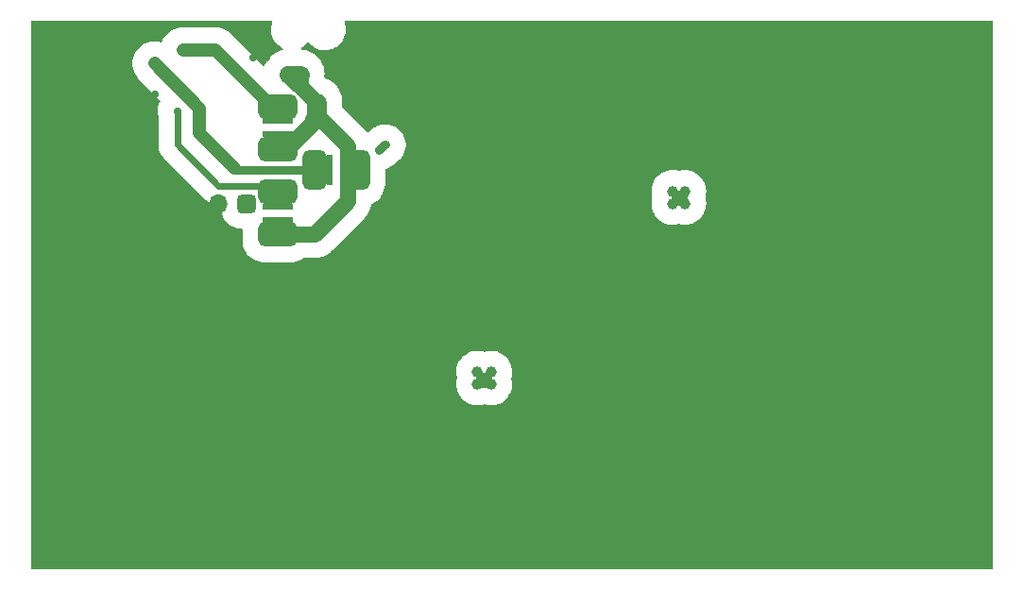
<source format=gbr>
%TF.GenerationSoftware,KiCad,Pcbnew,(6.0.2-0)*%
%TF.CreationDate,2023-06-03T21:44:48-06:00*%
%TF.ProjectId,catlin_card,6361746c-696e-45f6-9361-72642e6b6963,rev?*%
%TF.SameCoordinates,Original*%
%TF.FileFunction,Copper,L2,Bot*%
%TF.FilePolarity,Positive*%
%FSLAX46Y46*%
G04 Gerber Fmt 4.6, Leading zero omitted, Abs format (unit mm)*
G04 Created by KiCad (PCBNEW (6.0.2-0)) date 2023-06-03 21:44:48*
%MOMM*%
%LPD*%
G01*
G04 APERTURE LIST*
G04 Aperture macros list*
%AMRoundRect*
0 Rectangle with rounded corners*
0 $1 Rounding radius*
0 $2 $3 $4 $5 $6 $7 $8 $9 X,Y pos of 4 corners*
0 Add a 4 corners polygon primitive as box body*
4,1,4,$2,$3,$4,$5,$6,$7,$8,$9,$2,$3,0*
0 Add four circle primitives for the rounded corners*
1,1,$1+$1,$2,$3*
1,1,$1+$1,$4,$5*
1,1,$1+$1,$6,$7*
1,1,$1+$1,$8,$9*
0 Add four rect primitives between the rounded corners*
20,1,$1+$1,$2,$3,$4,$5,0*
20,1,$1+$1,$4,$5,$6,$7,0*
20,1,$1+$1,$6,$7,$8,$9,0*
20,1,$1+$1,$8,$9,$2,$3,0*%
G04 Aperture macros list end*
%TA.AperFunction,ComponentPad*%
%ADD10RoundRect,0.425000X-0.425000X0.425000X-0.425000X-0.425000X0.425000X-0.425000X0.425000X0.425000X0*%
%TD*%
%TA.AperFunction,ComponentPad*%
%ADD11O,1.700000X1.700000*%
%TD*%
%TA.AperFunction,SMDPad,CuDef*%
%ADD12R,2.800000X0.600000*%
%TD*%
%TA.AperFunction,SMDPad,CuDef*%
%ADD13RoundRect,0.537500X-1.212500X-0.537500X1.212500X-0.537500X1.212500X0.537500X-1.212500X0.537500X0*%
%TD*%
%TA.AperFunction,SMDPad,CuDef*%
%ADD14R,0.600000X2.800000*%
%TD*%
%TA.AperFunction,SMDPad,CuDef*%
%ADD15RoundRect,0.537500X0.537500X-1.212500X0.537500X1.212500X-0.537500X1.212500X-0.537500X-1.212500X0*%
%TD*%
%TA.AperFunction,ViaPad*%
%ADD16C,0.700000*%
%TD*%
%TA.AperFunction,ViaPad*%
%ADD17C,1.000000*%
%TD*%
%TA.AperFunction,ViaPad*%
%ADD18C,0.600000*%
%TD*%
%TA.AperFunction,Conductor*%
%ADD19C,0.600000*%
%TD*%
%TA.AperFunction,Conductor*%
%ADD20C,1.400000*%
%TD*%
%TA.AperFunction,Conductor*%
%ADD21C,1.500000*%
%TD*%
%TA.AperFunction,Conductor*%
%ADD22C,1.600000*%
%TD*%
%TA.AperFunction,Conductor*%
%ADD23C,1.800000*%
%TD*%
%TA.AperFunction,Conductor*%
%ADD24C,0.800000*%
%TD*%
%TA.AperFunction,Conductor*%
%ADD25C,1.200000*%
%TD*%
G04 APERTURE END LIST*
D10*
%TO.P,J1,1,Pin_1*%
%TO.N,/VBAT*%
X120675000Y-65800000D03*
D11*
%TO.P,J1,2,Pin_2*%
%TO.N,GND*%
X118135000Y-65800000D03*
%TD*%
D12*
%TO.P,D3,1,K*%
%TO.N,/POT3*%
X123500000Y-58400000D03*
D13*
X123500000Y-57075000D03*
D12*
%TO.P,D3,2,A*%
%TO.N,/VLED*%
X123500000Y-59600000D03*
D13*
X123500000Y-60925000D03*
%TD*%
%TO.P,D1,1,K*%
%TO.N,/POT1*%
X123500000Y-64725000D03*
D12*
X123500000Y-66050000D03*
D13*
%TO.P,D1,2,A*%
%TO.N,/VLED*%
X123500000Y-68575000D03*
D12*
X123500000Y-67250000D03*
%TD*%
D14*
%TO.P,D2,1,K*%
%TO.N,/POT2*%
X128150000Y-62782500D03*
D15*
X126825000Y-62782500D03*
%TO.P,D2,2,A*%
%TO.N,/VLED*%
X130675000Y-62782500D03*
D14*
X129350000Y-62782500D03*
%TD*%
D16*
%TO.N,GND*%
X114500000Y-82500000D03*
X114500000Y-79500000D03*
X112500000Y-82500000D03*
X111500000Y-82500000D03*
X112500000Y-81500000D03*
X112500000Y-56000000D03*
X166800000Y-65000000D03*
X114500000Y-80500000D03*
D17*
X165900000Y-64900000D03*
D16*
X112500000Y-80500000D03*
X111500000Y-79500000D03*
X135800000Y-58500000D03*
D17*
X181400000Y-80900000D03*
X168600000Y-66000000D03*
X182600000Y-80900000D03*
D16*
X122500000Y-52750000D03*
X114500000Y-81500000D03*
D17*
X165900000Y-66000000D03*
D16*
X113500000Y-80500000D03*
X121300000Y-52700000D03*
X113500000Y-81500000D03*
D17*
X181400000Y-82000000D03*
D18*
X134000000Y-62650000D03*
D17*
X168600000Y-64900000D03*
D16*
X169600000Y-65900000D03*
X111500000Y-81500000D03*
X132700000Y-65900000D03*
X112500000Y-79500000D03*
X113500000Y-79500000D03*
X166800000Y-65800000D03*
D17*
X182600000Y-82000000D03*
D16*
X111500000Y-80500000D03*
X169600000Y-64900000D03*
X132700000Y-66650000D03*
X113500000Y-82500000D03*
D17*
%TO.N,/VSOL*%
X142600000Y-82000000D03*
X141400000Y-82000000D03*
X160000000Y-64700000D03*
X158900000Y-65800000D03*
X160000000Y-65800000D03*
X141400000Y-80900000D03*
X142600000Y-80900000D03*
X158900000Y-64700000D03*
D16*
%TO.N,/VLED*%
X124400000Y-54200000D03*
X125500000Y-55100000D03*
X125500000Y-54200000D03*
%TO.N,/VLDO*%
X133200000Y-60500000D03*
X132600000Y-61000000D03*
%TO.N,/POT1*%
X114500000Y-57500000D03*
%TO.N,/POT2*%
X112500000Y-53250000D03*
%TO.N,/POT3*%
X115000000Y-52000000D03*
%TD*%
D19*
%TO.N,/VSOL*%
X159100000Y-64900000D02*
X159900000Y-64900000D01*
X141600000Y-81200000D02*
X142400000Y-81200000D01*
X159100000Y-65700000D02*
X159900000Y-64900000D01*
X141500000Y-81100000D02*
X141500000Y-82000000D01*
X141600000Y-82000000D02*
X142400000Y-81200000D01*
X141400000Y-81000000D02*
X141500000Y-81100000D01*
X141500000Y-82000000D02*
X141600000Y-82000000D01*
X142400000Y-81200000D02*
X142400000Y-82000000D01*
X159900000Y-64900000D02*
X159900000Y-65700000D01*
X141500000Y-82000000D02*
X142400000Y-82000000D01*
X141400000Y-81000000D02*
X141600000Y-81200000D01*
X159100000Y-64900000D02*
X159100000Y-65700000D01*
X159900000Y-65700000D02*
X159100000Y-65700000D01*
D20*
%TO.N,/VLED*%
X126650000Y-58550000D02*
X124275000Y-60925000D01*
X129800000Y-65600000D02*
X126825000Y-68575000D01*
D21*
X125300000Y-55100000D02*
X125500000Y-55100000D01*
X124400000Y-54200000D02*
X125300000Y-55100000D01*
D20*
X125500000Y-54200000D02*
X125500000Y-55100000D01*
X127425000Y-58250000D02*
X129800000Y-60625000D01*
X125500000Y-55100000D02*
X125500000Y-55250000D01*
D22*
X124400000Y-54200000D02*
X125500000Y-54200000D01*
D20*
X125500000Y-55250000D02*
X127000000Y-56750000D01*
X124275000Y-60925000D02*
X123500000Y-60925000D01*
X129800000Y-60625000D02*
X129800000Y-65600000D01*
X127000000Y-58250000D02*
X127425000Y-58250000D01*
D23*
X127000000Y-56750000D02*
X127000000Y-58250000D01*
D20*
X126825000Y-68575000D02*
X123000000Y-68575000D01*
X126650000Y-58250000D02*
X126650000Y-58550000D01*
D24*
%TO.N,/VLDO*%
X133100000Y-60500000D02*
X132600000Y-61000000D01*
X133200000Y-60500000D02*
X133100000Y-60500000D01*
D19*
%TO.N,/POT1*%
X114500000Y-57500000D02*
X114500000Y-60500000D01*
X114500000Y-60500000D02*
X118200000Y-64200000D01*
X122475000Y-64200000D02*
X123000000Y-64725000D01*
X118200000Y-64200000D02*
X122475000Y-64200000D01*
D25*
%TO.N,/POT2*%
X116500000Y-59500000D02*
X116500000Y-57250000D01*
D24*
X119750000Y-62750000D02*
X126792500Y-62750000D01*
D25*
X116500000Y-57250000D02*
X112500000Y-53250000D01*
D24*
X126792500Y-62750000D02*
X126825000Y-62782500D01*
X119600000Y-62600000D02*
X119750000Y-62750000D01*
D25*
X119600000Y-62600000D02*
X116500000Y-59500000D01*
%TO.N,/POT3*%
X117925000Y-52000000D02*
X123000000Y-57075000D01*
X115000000Y-52000000D02*
X117925000Y-52000000D01*
%TD*%
%TA.AperFunction,Conductor*%
%TO.N,GND*%
G36*
X122986398Y-49418907D02*
G01*
X123022362Y-49468407D01*
X123021557Y-49531965D01*
X122989977Y-49621392D01*
X122960312Y-49705397D01*
X122959618Y-49708919D01*
X122959617Y-49708922D01*
X122914479Y-49937934D01*
X122908380Y-49968878D01*
X122895028Y-50237095D01*
X122895368Y-50240657D01*
X122895368Y-50240664D01*
X122920193Y-50500861D01*
X122920534Y-50504431D01*
X122984364Y-50765285D01*
X123085182Y-51014192D01*
X123086993Y-51017285D01*
X123086994Y-51017287D01*
X123177773Y-51172325D01*
X123220875Y-51245938D01*
X123223110Y-51248733D01*
X123223113Y-51248737D01*
X123278245Y-51317676D01*
X123388601Y-51455669D01*
X123584846Y-51638991D01*
X123805499Y-51792064D01*
X123808704Y-51793658D01*
X123808710Y-51793662D01*
X123951688Y-51864792D01*
X123995366Y-51907639D01*
X124005517Y-51967977D01*
X123978264Y-52022757D01*
X123927160Y-52050476D01*
X123893805Y-52057201D01*
X123824988Y-52071077D01*
X123824983Y-52071078D01*
X123821761Y-52071728D01*
X123818644Y-52072801D01*
X123818645Y-52072801D01*
X123548475Y-52165828D01*
X123548469Y-52165830D01*
X123545363Y-52166900D01*
X123283980Y-52297791D01*
X123042205Y-52462101D01*
X123039759Y-52464288D01*
X122893886Y-52594714D01*
X122824284Y-52656945D01*
X122634047Y-52878898D01*
X122474836Y-53124062D01*
X122349448Y-53388129D01*
X122348446Y-53391249D01*
X122347234Y-53394311D01*
X122346241Y-53393918D01*
X122312868Y-53440171D01*
X122254740Y-53459270D01*
X122196488Y-53440555D01*
X122184410Y-53430275D01*
X119360097Y-50605962D01*
X119358468Y-50604293D01*
X119277223Y-50519127D01*
X119274801Y-50516588D01*
X119202404Y-50459515D01*
X119198816Y-50456546D01*
X119131855Y-50398441D01*
X119131854Y-50398441D01*
X119129209Y-50396145D01*
X119126265Y-50394244D01*
X119093392Y-50373018D01*
X119085804Y-50367595D01*
X119055080Y-50343374D01*
X119055072Y-50343369D01*
X119052320Y-50341199D01*
X119049290Y-50339439D01*
X119049284Y-50339435D01*
X118972618Y-50294905D01*
X118968682Y-50292494D01*
X118891211Y-50242471D01*
X118888037Y-50241008D01*
X118888032Y-50241005D01*
X118852489Y-50224620D01*
X118844217Y-50220324D01*
X118807346Y-50198907D01*
X118721898Y-50164297D01*
X118717671Y-50162468D01*
X118633933Y-50123864D01*
X118630573Y-50122859D01*
X118630570Y-50122858D01*
X118593091Y-50111650D01*
X118584289Y-50108560D01*
X118548007Y-50093864D01*
X118548008Y-50093864D01*
X118544768Y-50092552D01*
X118541374Y-50091709D01*
X118541371Y-50091708D01*
X118455336Y-50070337D01*
X118450836Y-50069106D01*
X118365862Y-50043693D01*
X118365856Y-50043692D01*
X118362510Y-50042691D01*
X118359058Y-50042172D01*
X118320335Y-50036350D01*
X118311189Y-50034530D01*
X118289419Y-50029123D01*
X118269823Y-50024255D01*
X118178151Y-50014862D01*
X118173538Y-50014280D01*
X118142363Y-50009593D01*
X118085819Y-50001092D01*
X118085815Y-50001092D01*
X118082358Y-50000572D01*
X118039715Y-50000238D01*
X118033253Y-49999881D01*
X118033253Y-49999887D01*
X118030724Y-49999758D01*
X118028210Y-49999500D01*
X117946203Y-49999500D01*
X117945426Y-49999497D01*
X117945112Y-49999495D01*
X117799067Y-49998348D01*
X117795592Y-49998815D01*
X117792104Y-49999034D01*
X117792099Y-49998950D01*
X117783870Y-49999500D01*
X114927830Y-49999500D01*
X114835838Y-50006014D01*
X114720903Y-50014151D01*
X114720897Y-50014152D01*
X114717407Y-50014399D01*
X114440453Y-50074025D01*
X114174663Y-50172080D01*
X114171580Y-50173743D01*
X114171581Y-50173743D01*
X113947028Y-50294905D01*
X113925340Y-50306607D01*
X113922530Y-50308682D01*
X113922526Y-50308685D01*
X113835427Y-50373018D01*
X113697460Y-50474922D01*
X113495570Y-50673666D01*
X113323696Y-50898874D01*
X113321984Y-50901931D01*
X113321982Y-50901934D01*
X113301881Y-50937828D01*
X113185270Y-51146053D01*
X113141749Y-51258548D01*
X113103121Y-51305996D01*
X113043979Y-51321677D01*
X113021054Y-51317676D01*
X112937510Y-51292691D01*
X112797434Y-51271631D01*
X112660818Y-51251092D01*
X112660815Y-51251092D01*
X112657358Y-51250572D01*
X112374067Y-51248348D01*
X112370601Y-51248814D01*
X112370594Y-51248814D01*
X112129285Y-51281225D01*
X112093288Y-51286060D01*
X111911316Y-51337382D01*
X111823995Y-51362009D01*
X111823992Y-51362010D01*
X111820624Y-51362960D01*
X111561515Y-51477511D01*
X111321132Y-51627427D01*
X111318449Y-51629682D01*
X111318448Y-51629683D01*
X111176125Y-51749318D01*
X111104270Y-51809718D01*
X110915257Y-52020748D01*
X110757864Y-52256303D01*
X110756347Y-52259461D01*
X110756347Y-52259462D01*
X110738650Y-52296317D01*
X110635231Y-52511686D01*
X110549805Y-52781799D01*
X110503291Y-53061256D01*
X110503209Y-53064754D01*
X110497522Y-53306051D01*
X110496616Y-53344477D01*
X110529915Y-53625814D01*
X110602522Y-53899652D01*
X110712988Y-54160527D01*
X110859111Y-54403236D01*
X110861315Y-54405944D01*
X110861317Y-54405946D01*
X111010852Y-54589622D01*
X111012452Y-54591587D01*
X111014240Y-54593375D01*
X112951982Y-56531116D01*
X112979759Y-56585633D01*
X112970188Y-56646065D01*
X112966615Y-56652477D01*
X112935920Y-56703061D01*
X112835305Y-56943001D01*
X112834401Y-56946563D01*
X112834400Y-56946564D01*
X112774115Y-57183940D01*
X112771261Y-57195177D01*
X112745194Y-57454049D01*
X112757677Y-57713930D01*
X112767824Y-57764942D01*
X112797598Y-57914630D01*
X112799500Y-57933944D01*
X112799500Y-60463256D01*
X112799077Y-60624908D01*
X112803956Y-60657364D01*
X112808497Y-60687569D01*
X112809312Y-60694777D01*
X112814120Y-60757976D01*
X112827367Y-60815127D01*
X112828821Y-60822750D01*
X112836982Y-60877040D01*
X112836984Y-60877048D01*
X112837541Y-60880754D01*
X112838653Y-60884334D01*
X112838654Y-60884340D01*
X112856334Y-60941277D01*
X112858230Y-60948281D01*
X112872539Y-61010015D01*
X112873933Y-61013510D01*
X112873934Y-61013512D01*
X112894275Y-61064497D01*
X112896870Y-61071824D01*
X112914263Y-61127838D01*
X112941998Y-61184829D01*
X112944922Y-61191445D01*
X112968410Y-61250318D01*
X112970314Y-61253556D01*
X112970318Y-61253565D01*
X112998142Y-61300894D01*
X113001813Y-61307739D01*
X113027476Y-61360474D01*
X113029611Y-61363563D01*
X113029615Y-61363570D01*
X113063507Y-61412607D01*
X113067407Y-61418716D01*
X113099527Y-61473354D01*
X113101903Y-61476272D01*
X113101904Y-61476274D01*
X113136557Y-61518838D01*
X113141217Y-61525044D01*
X113174574Y-61573308D01*
X113176699Y-61575668D01*
X113229175Y-61633949D01*
X113229189Y-61633963D01*
X113230050Y-61634920D01*
X113231923Y-61636793D01*
X113238693Y-61644293D01*
X113262871Y-61673991D01*
X113265655Y-61676511D01*
X113265657Y-61676513D01*
X113326935Y-61731979D01*
X113330503Y-61735373D01*
X116971501Y-65376371D01*
X117085589Y-65491058D01*
X117088608Y-65493288D01*
X117088614Y-65493293D01*
X117136559Y-65528705D01*
X117142234Y-65533227D01*
X117190319Y-65574514D01*
X117193513Y-65576506D01*
X117240091Y-65605555D01*
X117246520Y-65609924D01*
X117293698Y-65644770D01*
X117297023Y-65646519D01*
X117297024Y-65646520D01*
X117349775Y-65674273D01*
X117356069Y-65677885D01*
X117406656Y-65709435D01*
X117406661Y-65709438D01*
X117409846Y-65711424D01*
X117413296Y-65712906D01*
X117413307Y-65712912D01*
X117463746Y-65734582D01*
X117470763Y-65737928D01*
X117519336Y-65763484D01*
X117519341Y-65763486D01*
X117522663Y-65765234D01*
X117526218Y-65766462D01*
X117526219Y-65766462D01*
X117582554Y-65785915D01*
X117589320Y-65788532D01*
X117647557Y-65813552D01*
X117651189Y-65814495D01*
X117651190Y-65814495D01*
X117704330Y-65828287D01*
X117711771Y-65830534D01*
X117767215Y-65849679D01*
X117770911Y-65850354D01*
X117829561Y-65861066D01*
X117836644Y-65862630D01*
X117894336Y-65877603D01*
X117897981Y-65878549D01*
X117901724Y-65878933D01*
X117901727Y-65878933D01*
X117956318Y-65884526D01*
X117964015Y-65885621D01*
X118018603Y-65895591D01*
X118018609Y-65895592D01*
X118021726Y-65896161D01*
X118104519Y-65900500D01*
X118107171Y-65900500D01*
X118117261Y-65901016D01*
X118155355Y-65904919D01*
X118241670Y-65900622D01*
X118246591Y-65900500D01*
X118325501Y-65900500D01*
X118383692Y-65919407D01*
X118419656Y-65968907D01*
X118424501Y-65999500D01*
X118424501Y-66312450D01*
X118432258Y-66441753D01*
X118448675Y-66525818D01*
X118481045Y-66691572D01*
X118484263Y-66708051D01*
X118575057Y-66963738D01*
X118576782Y-66966975D01*
X118576784Y-66966980D01*
X118700920Y-67199954D01*
X118700924Y-67199960D01*
X118702648Y-67203196D01*
X118864230Y-67421164D01*
X118899696Y-67456568D01*
X119046911Y-67603526D01*
X119056256Y-67612855D01*
X119059206Y-67615034D01*
X119059212Y-67615039D01*
X119178517Y-67703158D01*
X119274507Y-67774057D01*
X119514187Y-67901229D01*
X119517645Y-67902450D01*
X119766565Y-67990354D01*
X119766569Y-67990355D01*
X119770032Y-67991578D01*
X119773637Y-67992276D01*
X119773639Y-67992276D01*
X119845404Y-68006161D01*
X120036420Y-68043117D01*
X120162549Y-68050500D01*
X120250500Y-68050500D01*
X120308691Y-68069407D01*
X120344655Y-68118907D01*
X120349500Y-68149500D01*
X120349500Y-69238496D01*
X120350539Y-69264942D01*
X120391343Y-69536341D01*
X120469979Y-69799284D01*
X120471447Y-69802468D01*
X120471448Y-69802471D01*
X120571060Y-70018545D01*
X120584880Y-70048523D01*
X120586776Y-70051459D01*
X120586778Y-70051463D01*
X120731854Y-70276146D01*
X120731859Y-70276152D01*
X120733753Y-70279086D01*
X120736041Y-70281723D01*
X120736045Y-70281728D01*
X120833463Y-70393992D01*
X120913627Y-70486373D01*
X120916274Y-70488670D01*
X121118272Y-70663955D01*
X121118277Y-70663959D01*
X121120914Y-70666247D01*
X121123848Y-70668141D01*
X121123854Y-70668146D01*
X121348537Y-70813222D01*
X121348541Y-70813224D01*
X121351477Y-70815120D01*
X121354651Y-70816583D01*
X121354656Y-70816586D01*
X121597529Y-70928552D01*
X121600716Y-70930021D01*
X121863659Y-71008657D01*
X122135058Y-71049461D01*
X122137779Y-71049568D01*
X122137780Y-71049568D01*
X122140472Y-71049674D01*
X122161504Y-71050500D01*
X124838496Y-71050500D01*
X124859528Y-71049674D01*
X124862220Y-71049568D01*
X124862221Y-71049568D01*
X124864942Y-71049461D01*
X125136341Y-71008657D01*
X125399284Y-70930021D01*
X125402471Y-70928552D01*
X125645344Y-70816586D01*
X125645349Y-70816583D01*
X125648523Y-70815120D01*
X125651460Y-70813224D01*
X125651463Y-70813222D01*
X125840238Y-70691331D01*
X125893940Y-70675500D01*
X126703661Y-70675500D01*
X126714524Y-70676098D01*
X126736834Y-70678561D01*
X126740200Y-70678473D01*
X126740203Y-70678473D01*
X126852447Y-70675534D01*
X126855038Y-70675500D01*
X126896992Y-70675500D01*
X126898905Y-70675370D01*
X126921896Y-70673803D01*
X126926035Y-70673608D01*
X126984130Y-70672086D01*
X127023136Y-70671065D01*
X127026463Y-70670520D01*
X127026465Y-70670520D01*
X127062101Y-70664685D01*
X127071363Y-70663613D01*
X127107370Y-70661158D01*
X127107376Y-70661157D01*
X127110737Y-70660928D01*
X127205832Y-70641235D01*
X127209885Y-70640483D01*
X127242208Y-70635190D01*
X127302453Y-70625325D01*
X127302460Y-70625323D01*
X127305772Y-70624781D01*
X127308987Y-70623792D01*
X127308991Y-70623791D01*
X127343503Y-70613173D01*
X127352539Y-70610853D01*
X127391186Y-70602850D01*
X127482732Y-70570432D01*
X127486669Y-70569131D01*
X127576277Y-70541564D01*
X127576291Y-70541559D01*
X127579511Y-70540568D01*
X127615316Y-70523948D01*
X127623948Y-70520426D01*
X127657970Y-70508378D01*
X127657984Y-70508372D01*
X127661158Y-70507248D01*
X127664151Y-70505703D01*
X127664156Y-70505701D01*
X127712594Y-70480700D01*
X127747472Y-70462698D01*
X127751175Y-70460884D01*
X127839288Y-70419983D01*
X127872510Y-70398655D01*
X127880588Y-70393992D01*
X127912654Y-70377442D01*
X127912660Y-70377438D01*
X127915658Y-70375891D01*
X127995133Y-70320035D01*
X127998551Y-70317738D01*
X128080297Y-70265258D01*
X128110319Y-70239616D01*
X128117678Y-70233909D01*
X128147221Y-70213146D01*
X128147228Y-70213140D01*
X128149976Y-70211209D01*
X128152434Y-70208925D01*
X128152440Y-70208920D01*
X128221116Y-70145103D01*
X128224210Y-70142346D01*
X128250150Y-70120190D01*
X128250153Y-70120187D01*
X128251625Y-70118930D01*
X128281156Y-70089399D01*
X128283769Y-70086881D01*
X128357307Y-70018545D01*
X128359776Y-70016251D01*
X128381326Y-69989922D01*
X128387932Y-69982623D01*
X131199479Y-67171077D01*
X131207584Y-67163818D01*
X131210075Y-67161822D01*
X131225100Y-67149785D01*
X131304687Y-67065918D01*
X131306495Y-67064061D01*
X131336184Y-67034372D01*
X131337718Y-67032613D01*
X131352598Y-67015558D01*
X131355385Y-67012495D01*
X131419924Y-66944484D01*
X131419925Y-66944483D01*
X131422245Y-66942038D01*
X131445283Y-66909977D01*
X131451075Y-66902671D01*
X131474801Y-66875473D01*
X131474808Y-66875463D01*
X131477020Y-66872928D01*
X131530336Y-66791762D01*
X131532685Y-66788344D01*
X131554424Y-66758090D01*
X131589371Y-66709457D01*
X131607856Y-66674545D01*
X131612582Y-66666555D01*
X131634260Y-66633553D01*
X131676070Y-66545897D01*
X131677932Y-66542195D01*
X131721807Y-66459329D01*
X131723386Y-66456347D01*
X131736959Y-66419257D01*
X131740565Y-66410679D01*
X131756107Y-66378095D01*
X131757558Y-66375053D01*
X131787085Y-66282534D01*
X131788428Y-66278612D01*
X131805886Y-66230905D01*
X131821810Y-66187390D01*
X131830220Y-66148817D01*
X131832635Y-66139808D01*
X131843607Y-66105428D01*
X131844634Y-66102211D01*
X131861337Y-66006502D01*
X131862128Y-66002475D01*
X131882822Y-65907564D01*
X131885412Y-65874661D01*
X131908828Y-65818133D01*
X131942659Y-65792525D01*
X132048683Y-65743647D01*
X132056266Y-65740151D01*
X156995585Y-65740151D01*
X156995722Y-65743642D01*
X156995722Y-65743647D01*
X156998506Y-65814495D01*
X157006152Y-66009083D01*
X157054505Y-66273843D01*
X157055612Y-66277161D01*
X157055613Y-66277165D01*
X157116388Y-66459329D01*
X157139682Y-66529148D01*
X157141247Y-66532280D01*
X157141249Y-66532285D01*
X157148052Y-66545899D01*
X157259981Y-66769905D01*
X157413003Y-66991309D01*
X157595695Y-67188944D01*
X157598405Y-67191151D01*
X157598409Y-67191154D01*
X157801701Y-67356660D01*
X157804411Y-67358866D01*
X158034987Y-67497684D01*
X158282822Y-67602628D01*
X158542972Y-67671606D01*
X158546445Y-67672017D01*
X158546450Y-67672018D01*
X158751812Y-67696324D01*
X158810245Y-67703240D01*
X158813734Y-67703158D01*
X158813739Y-67703158D01*
X158936338Y-67700268D01*
X159079310Y-67696899D01*
X159344796Y-67652710D01*
X159348128Y-67651656D01*
X159348133Y-67651655D01*
X159420854Y-67628656D01*
X159476079Y-67627355D01*
X159551501Y-67647353D01*
X159642972Y-67671606D01*
X159646445Y-67672017D01*
X159646450Y-67672018D01*
X159851812Y-67696324D01*
X159910245Y-67703240D01*
X159913734Y-67703158D01*
X159913739Y-67703158D01*
X160036338Y-67700268D01*
X160179310Y-67696899D01*
X160444796Y-67652710D01*
X160448128Y-67651656D01*
X160448133Y-67651655D01*
X160579024Y-67610259D01*
X160701408Y-67571554D01*
X160704566Y-67570038D01*
X160704570Y-67570036D01*
X160940867Y-67456568D01*
X160940873Y-67456565D01*
X160944025Y-67455051D01*
X161167806Y-67305526D01*
X161170414Y-67303190D01*
X161170418Y-67303187D01*
X161365675Y-67128300D01*
X161365678Y-67128297D01*
X161368286Y-67125961D01*
X161504649Y-66963738D01*
X161539215Y-66922617D01*
X161539217Y-66922615D01*
X161541465Y-66919940D01*
X161683887Y-66691572D01*
X161685301Y-66688374D01*
X161791296Y-66448620D01*
X161791298Y-66448614D01*
X161792712Y-66445416D01*
X161793660Y-66442053D01*
X161793663Y-66442046D01*
X161842072Y-66270400D01*
X161865767Y-66186382D01*
X161901595Y-65919638D01*
X161901871Y-65910857D01*
X161905276Y-65802528D01*
X161905276Y-65802519D01*
X161905355Y-65800000D01*
X161902981Y-65766462D01*
X161889390Y-65574514D01*
X161886347Y-65531533D01*
X161831134Y-65275083D01*
X161830436Y-65271839D01*
X161830434Y-65271832D01*
X161829700Y-65268423D01*
X161829725Y-65268418D01*
X161829516Y-65214920D01*
X161864815Y-65089758D01*
X161864815Y-65089756D01*
X161865767Y-65086382D01*
X161901595Y-64819638D01*
X161905355Y-64700000D01*
X161904066Y-64681784D01*
X161886594Y-64435026D01*
X161886347Y-64431533D01*
X161829700Y-64168423D01*
X161812204Y-64120996D01*
X161737760Y-63919207D01*
X161736547Y-63915919D01*
X161608744Y-63679060D01*
X161574022Y-63632049D01*
X161450925Y-63465390D01*
X161448843Y-63462571D01*
X161260034Y-63270772D01*
X161046083Y-63107490D01*
X160811261Y-62975983D01*
X160560251Y-62878875D01*
X160556845Y-62878086D01*
X160556840Y-62878084D01*
X160394420Y-62840437D01*
X160298063Y-62818103D01*
X160088043Y-62799913D01*
X160033416Y-62795182D01*
X160033415Y-62795182D01*
X160029928Y-62794880D01*
X159914211Y-62801248D01*
X159764695Y-62809476D01*
X159764689Y-62809477D01*
X159761196Y-62809669D01*
X159497228Y-62862176D01*
X159493932Y-62863333D01*
X159493930Y-62863334D01*
X159491561Y-62864166D01*
X159481019Y-62867868D01*
X159425863Y-62870904D01*
X159198063Y-62818103D01*
X158988043Y-62799913D01*
X158933416Y-62795182D01*
X158933415Y-62795182D01*
X158929928Y-62794880D01*
X158814211Y-62801248D01*
X158664695Y-62809476D01*
X158664689Y-62809477D01*
X158661196Y-62809669D01*
X158397228Y-62862176D01*
X158143292Y-62951352D01*
X158140191Y-62952963D01*
X158140186Y-62952965D01*
X158095875Y-62975983D01*
X157904455Y-63075418D01*
X157901614Y-63077448D01*
X157901611Y-63077450D01*
X157813116Y-63140690D01*
X157685481Y-63231899D01*
X157642114Y-63273269D01*
X157493271Y-63415257D01*
X157493267Y-63415261D01*
X157490740Y-63417672D01*
X157324118Y-63629032D01*
X157188939Y-63861760D01*
X157087900Y-64111213D01*
X157023017Y-64372414D01*
X156995585Y-64640151D01*
X156995722Y-64643642D01*
X156995722Y-64643647D01*
X156998036Y-64702528D01*
X157006152Y-64909083D01*
X157010159Y-64931023D01*
X157052267Y-65161586D01*
X157054505Y-65173843D01*
X157055613Y-65177164D01*
X157055614Y-65177168D01*
X157069866Y-65219884D01*
X157072035Y-65275083D01*
X157023017Y-65472414D01*
X157022660Y-65475898D01*
X156996156Y-65734582D01*
X156995585Y-65740151D01*
X132056266Y-65740151D01*
X132145344Y-65699086D01*
X132145349Y-65699083D01*
X132148523Y-65697620D01*
X132151459Y-65695724D01*
X132151463Y-65695722D01*
X132376146Y-65550646D01*
X132376152Y-65550641D01*
X132379086Y-65548747D01*
X132381723Y-65546459D01*
X132381728Y-65546455D01*
X132583726Y-65371170D01*
X132586373Y-65368873D01*
X132715659Y-65219884D01*
X132763955Y-65164228D01*
X132763959Y-65164223D01*
X132766247Y-65161586D01*
X132768141Y-65158652D01*
X132768146Y-65158646D01*
X132913222Y-64933963D01*
X132913224Y-64933959D01*
X132915120Y-64931023D01*
X132923646Y-64912530D01*
X133028552Y-64684971D01*
X133028553Y-64684968D01*
X133030021Y-64681784D01*
X133108657Y-64418841D01*
X133149461Y-64147442D01*
X133150500Y-64120996D01*
X133150500Y-62786688D01*
X133169407Y-62728497D01*
X133212014Y-62695059D01*
X133402232Y-62617239D01*
X133405632Y-62615848D01*
X133635621Y-62479019D01*
X133808616Y-62337676D01*
X134059714Y-62086578D01*
X134080593Y-62070630D01*
X134206457Y-61998693D01*
X134206458Y-61998693D01*
X134209650Y-61996868D01*
X134419811Y-61831190D01*
X134422325Y-61828517D01*
X134422331Y-61828512D01*
X134565317Y-61676513D01*
X134603175Y-61636269D01*
X134755714Y-61416385D01*
X134874076Y-61176371D01*
X134955662Y-60921497D01*
X134956252Y-60917876D01*
X134998089Y-60660983D01*
X134998089Y-60660978D01*
X134998678Y-60657364D01*
X135002181Y-60389774D01*
X134966093Y-60124605D01*
X134891208Y-59867683D01*
X134779169Y-59624652D01*
X134663703Y-59448537D01*
X134634449Y-59403918D01*
X134634448Y-59403916D01*
X134632438Y-59400851D01*
X134604638Y-59369703D01*
X134456683Y-59203934D01*
X134456682Y-59203933D01*
X134454240Y-59201197D01*
X134248488Y-59030075D01*
X134019702Y-58891244D01*
X133772909Y-58787755D01*
X133753482Y-58782821D01*
X133529898Y-58726038D01*
X133513530Y-58721881D01*
X133509877Y-58721513D01*
X133509876Y-58721513D01*
X133418366Y-58712299D01*
X133291259Y-58699500D01*
X133155373Y-58699500D01*
X133149760Y-58699341D01*
X133072154Y-58694934D01*
X133072152Y-58694934D01*
X133068489Y-58694726D01*
X132951765Y-58705451D01*
X132950046Y-58705594D01*
X132833123Y-58714283D01*
X132824035Y-58716339D01*
X132811274Y-58718361D01*
X132801999Y-58719213D01*
X132798434Y-58720085D01*
X132798424Y-58720087D01*
X132688148Y-58747071D01*
X132686468Y-58747467D01*
X132628579Y-58760567D01*
X132572109Y-58773345D01*
X132568676Y-58774680D01*
X132563439Y-58776716D01*
X132551091Y-58780609D01*
X132545629Y-58781946D01*
X132545624Y-58781948D01*
X132542055Y-58782821D01*
X132469963Y-58812314D01*
X132433540Y-58827215D01*
X132431948Y-58827850D01*
X132322691Y-58870338D01*
X132319514Y-58872154D01*
X132319505Y-58872158D01*
X132314615Y-58874953D01*
X132302980Y-58880629D01*
X132294368Y-58884152D01*
X132291208Y-58886032D01*
X132193627Y-58944087D01*
X132192134Y-58944958D01*
X132095830Y-59000000D01*
X132090350Y-59003132D01*
X132087467Y-59005405D01*
X132083042Y-59008893D01*
X132072380Y-59016220D01*
X132067538Y-59019101D01*
X132067533Y-59019104D01*
X132064379Y-59020981D01*
X132061537Y-59023303D01*
X131973545Y-59095195D01*
X131972203Y-59096272D01*
X131880189Y-59168810D01*
X131852378Y-59198374D01*
X131806521Y-59247122D01*
X131804416Y-59249293D01*
X131652922Y-59400787D01*
X131598405Y-59428564D01*
X131537973Y-59418993D01*
X131499609Y-59384267D01*
X131492085Y-59372548D01*
X131492081Y-59372543D01*
X131490258Y-59369703D01*
X131464617Y-59339681D01*
X131458902Y-59332312D01*
X131438151Y-59302786D01*
X131438145Y-59302778D01*
X131436209Y-59300024D01*
X131384872Y-59244778D01*
X131370101Y-59228883D01*
X131367343Y-59225787D01*
X131345189Y-59199848D01*
X131345188Y-59199847D01*
X131343930Y-59198374D01*
X131314386Y-59168830D01*
X131311868Y-59166217D01*
X131243545Y-59092693D01*
X131241251Y-59090224D01*
X131214927Y-59068678D01*
X131207628Y-59062072D01*
X129329496Y-57183940D01*
X129301719Y-57129423D01*
X129300500Y-57113936D01*
X129300500Y-56674690D01*
X129295849Y-56603730D01*
X129285925Y-56452308D01*
X129285924Y-56452302D01*
X129285713Y-56449080D01*
X129226880Y-56153309D01*
X129129945Y-55867748D01*
X128996566Y-55597282D01*
X128829025Y-55346539D01*
X128630189Y-55119811D01*
X128403461Y-54920975D01*
X128152718Y-54753434D01*
X128149812Y-54752001D01*
X128149807Y-54751998D01*
X128011210Y-54683650D01*
X127882252Y-54620055D01*
X127841072Y-54606076D01*
X127802891Y-54582335D01*
X127721457Y-54500901D01*
X127693680Y-54446384D01*
X127692563Y-54426406D01*
X127704229Y-54169504D01*
X127704941Y-54153813D01*
X127679464Y-53862601D01*
X127627293Y-53629203D01*
X127616410Y-53580514D01*
X127616408Y-53580509D01*
X127615695Y-53577317D01*
X127514756Y-53302973D01*
X127389158Y-53064754D01*
X127379948Y-53047285D01*
X127379944Y-53047278D01*
X127378420Y-53044388D01*
X127209082Y-52806107D01*
X127009717Y-52592314D01*
X127007180Y-52590230D01*
X126786368Y-52408852D01*
X126786363Y-52408848D01*
X126783829Y-52406767D01*
X126535384Y-52252725D01*
X126532387Y-52251378D01*
X126532383Y-52251376D01*
X126347692Y-52168373D01*
X126268750Y-52132895D01*
X125988609Y-52049381D01*
X125985368Y-52048868D01*
X125985365Y-52048867D01*
X125896925Y-52034860D01*
X125699883Y-52003652D01*
X125683714Y-52002918D01*
X125626441Y-51981392D01*
X125592759Y-51930312D01*
X125595534Y-51869189D01*
X125633705Y-51821371D01*
X125640132Y-51817475D01*
X125762837Y-51749318D01*
X125762841Y-51749315D01*
X125765976Y-51747574D01*
X125905575Y-51641036D01*
X125976607Y-51586826D01*
X125976609Y-51586825D01*
X125979458Y-51584650D01*
X126167185Y-51392614D01*
X126172317Y-51385564D01*
X126221847Y-51349641D01*
X126283032Y-51349692D01*
X126329677Y-51381989D01*
X126338174Y-51392614D01*
X126388601Y-51455669D01*
X126584846Y-51638991D01*
X126805499Y-51792064D01*
X126864409Y-51821371D01*
X127042723Y-51910081D01*
X127042728Y-51910083D01*
X127045938Y-51911680D01*
X127049349Y-51912798D01*
X127049351Y-51912799D01*
X127297721Y-51994219D01*
X127297724Y-51994220D01*
X127301126Y-51995335D01*
X127565717Y-52041276D01*
X127614761Y-52043717D01*
X127649335Y-52045439D01*
X127649348Y-52045439D01*
X127650567Y-52045500D01*
X127818223Y-52045500D01*
X128017846Y-52031016D01*
X128280080Y-51973120D01*
X128283429Y-51971851D01*
X128283433Y-51971850D01*
X128393070Y-51930312D01*
X128531211Y-51877975D01*
X128685879Y-51792064D01*
X128762837Y-51749318D01*
X128762841Y-51749315D01*
X128765976Y-51747574D01*
X128905575Y-51641036D01*
X128976607Y-51586826D01*
X128976609Y-51586825D01*
X128979458Y-51584650D01*
X129167185Y-51392614D01*
X129325225Y-51175491D01*
X129342323Y-51142994D01*
X129448595Y-50941002D01*
X129450265Y-50937828D01*
X129539688Y-50684603D01*
X129575904Y-50500861D01*
X129590925Y-50424648D01*
X129591620Y-50421122D01*
X129604972Y-50152905D01*
X129604632Y-50149343D01*
X129604632Y-50149336D01*
X129579807Y-49889139D01*
X129579806Y-49889134D01*
X129579466Y-49885569D01*
X129515636Y-49624715D01*
X129479770Y-49536166D01*
X129475449Y-49475134D01*
X129507827Y-49423217D01*
X129564537Y-49400247D01*
X129571529Y-49400000D01*
X187501000Y-49400000D01*
X187559191Y-49418907D01*
X187595155Y-49468407D01*
X187600000Y-49499000D01*
X187600000Y-98501000D01*
X187581093Y-98559191D01*
X187531593Y-98595155D01*
X187501000Y-98600000D01*
X101499000Y-98600000D01*
X101440809Y-98581093D01*
X101404845Y-98531593D01*
X101400000Y-98501000D01*
X101400000Y-81940151D01*
X139495585Y-81940151D01*
X139495722Y-81943642D01*
X139495722Y-81943647D01*
X139498036Y-82002528D01*
X139506152Y-82209083D01*
X139554505Y-82473843D01*
X139555612Y-82477161D01*
X139555613Y-82477165D01*
X139638571Y-82725818D01*
X139639682Y-82729148D01*
X139759981Y-82969905D01*
X139913003Y-83191309D01*
X140095695Y-83388944D01*
X140098405Y-83391151D01*
X140098409Y-83391154D01*
X140301701Y-83556660D01*
X140304411Y-83558866D01*
X140534987Y-83697684D01*
X140782822Y-83802628D01*
X141042972Y-83871606D01*
X141046445Y-83872017D01*
X141046450Y-83872018D01*
X141251812Y-83896324D01*
X141310245Y-83903240D01*
X141313734Y-83903158D01*
X141313739Y-83903158D01*
X141436338Y-83900268D01*
X141579310Y-83896899D01*
X141844796Y-83852710D01*
X141966458Y-83814233D01*
X142021684Y-83812932D01*
X142239583Y-83870708D01*
X142239591Y-83870710D01*
X142242972Y-83871606D01*
X142246445Y-83872017D01*
X142246450Y-83872018D01*
X142451812Y-83896324D01*
X142510245Y-83903240D01*
X142513734Y-83903158D01*
X142513739Y-83903158D01*
X142636338Y-83900268D01*
X142779310Y-83896899D01*
X143044796Y-83852710D01*
X143048128Y-83851656D01*
X143048133Y-83851655D01*
X143144373Y-83821218D01*
X143301408Y-83771554D01*
X143304566Y-83770038D01*
X143304570Y-83770036D01*
X143540867Y-83656568D01*
X143540873Y-83656565D01*
X143544025Y-83655051D01*
X143767806Y-83505526D01*
X143770414Y-83503190D01*
X143770418Y-83503187D01*
X143965675Y-83328300D01*
X143965678Y-83328297D01*
X143968286Y-83325961D01*
X144141465Y-83119940D01*
X144283887Y-82891572D01*
X144285301Y-82888374D01*
X144391296Y-82648620D01*
X144391298Y-82648614D01*
X144392712Y-82645416D01*
X144393660Y-82642053D01*
X144393663Y-82642046D01*
X144464816Y-82389753D01*
X144465767Y-82386382D01*
X144501595Y-82119638D01*
X144505355Y-82000000D01*
X144486347Y-81731533D01*
X144431134Y-81475083D01*
X144430436Y-81471839D01*
X144430434Y-81471832D01*
X144429700Y-81468423D01*
X144429725Y-81468418D01*
X144429516Y-81414920D01*
X144464815Y-81289758D01*
X144464815Y-81289756D01*
X144465767Y-81286382D01*
X144501595Y-81019638D01*
X144505355Y-80900000D01*
X144486347Y-80631533D01*
X144429700Y-80368423D01*
X144409849Y-80314612D01*
X144337760Y-80119207D01*
X144336547Y-80115919D01*
X144208744Y-79879060D01*
X144174022Y-79832049D01*
X144050925Y-79665390D01*
X144048843Y-79662571D01*
X143860034Y-79470772D01*
X143646083Y-79307490D01*
X143411261Y-79175983D01*
X143160251Y-79078875D01*
X143156845Y-79078086D01*
X143156840Y-79078084D01*
X142994420Y-79040437D01*
X142898063Y-79018103D01*
X142688043Y-78999913D01*
X142633416Y-78995182D01*
X142633415Y-78995182D01*
X142629928Y-78994880D01*
X142514211Y-79001248D01*
X142364695Y-79009476D01*
X142364689Y-79009477D01*
X142361196Y-79009669D01*
X142097228Y-79062176D01*
X142037260Y-79083235D01*
X141976093Y-79084676D01*
X141968736Y-79082157D01*
X141963515Y-79080137D01*
X141963506Y-79080134D01*
X141960251Y-79078875D01*
X141698063Y-79018103D01*
X141488043Y-78999913D01*
X141433416Y-78995182D01*
X141433415Y-78995182D01*
X141429928Y-78994880D01*
X141314211Y-79001248D01*
X141164695Y-79009476D01*
X141164689Y-79009477D01*
X141161196Y-79009669D01*
X140897228Y-79062176D01*
X140643292Y-79151352D01*
X140640191Y-79152963D01*
X140640186Y-79152965D01*
X140595875Y-79175983D01*
X140404455Y-79275418D01*
X140401614Y-79277448D01*
X140401611Y-79277450D01*
X140313116Y-79340690D01*
X140185481Y-79431899D01*
X140142114Y-79473269D01*
X139993271Y-79615257D01*
X139993267Y-79615261D01*
X139990740Y-79617672D01*
X139824118Y-79829032D01*
X139688939Y-80061760D01*
X139587900Y-80311213D01*
X139523017Y-80572414D01*
X139495585Y-80840151D01*
X139495722Y-80843642D01*
X139495722Y-80843647D01*
X139498036Y-80902528D01*
X139506152Y-81109083D01*
X139554505Y-81373843D01*
X139555613Y-81377164D01*
X139555614Y-81377168D01*
X139569866Y-81419884D01*
X139572035Y-81475083D01*
X139523017Y-81672414D01*
X139495585Y-81940151D01*
X101400000Y-81940151D01*
X101400000Y-49499000D01*
X101418907Y-49440809D01*
X101468407Y-49404845D01*
X101499000Y-49400000D01*
X122928207Y-49400000D01*
X122986398Y-49418907D01*
G37*
%TD.AperFunction*%
%TD*%
M02*

</source>
